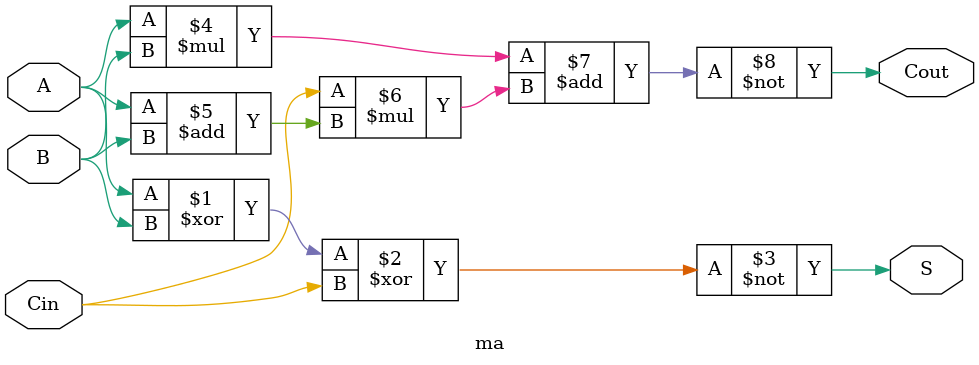
<source format=v>
`timescale 1ns / 1ps

module ma(
	input wire A,
	input wire B,
	input wire Cin,
	output wire Cout,
	output wire S
	);

	// adder
	assign S = ~(A^B^Cin);
	assign Cout = ~(A*B+Cin*(A+B));

endmodule

</source>
